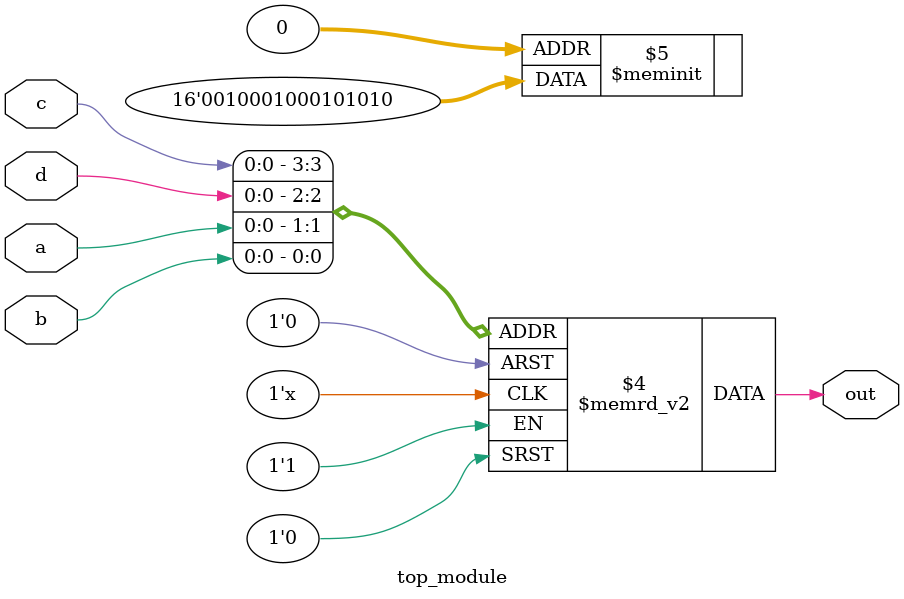
<source format=sv>
module top_module (
    input a, 
    input b,
    input c,
    input d,
    output reg out
);

always @(*) begin
    case ({c, d, a, b})
        4'b0001: out = 1;
        4'b0011: out = 1;
        4'b0101: out = 1;
        4'b0111: out = 0;
        4'b1001: out = 1;
        4'b1011: out = 0;
        4'b1101: out = 1;
        4'b1111: out = 0;
        default: out = 0;
    endcase
end

endmodule

</source>
